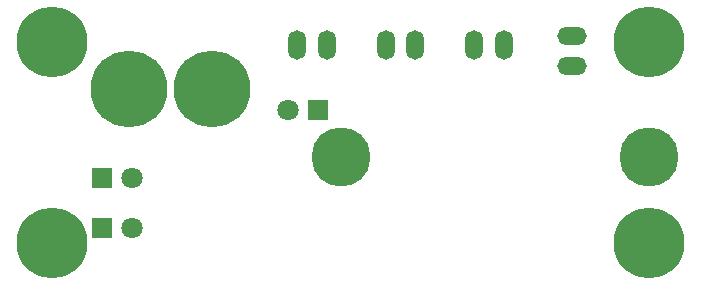
<source format=gbr>
G04 #@! TF.GenerationSoftware,KiCad,Pcbnew,(5.1.2)-1*
G04 #@! TF.CreationDate,2019-06-23T22:35:17+09:00*
G04 #@! TF.ProjectId,___12V,06fb5f31-3256-42e6-9b69-6361645f7063,rev?*
G04 #@! TF.SameCoordinates,Original*
G04 #@! TF.FileFunction,Copper,L1,Top*
G04 #@! TF.FilePolarity,Positive*
%FSLAX46Y46*%
G04 Gerber Fmt 4.6, Leading zero omitted, Abs format (unit mm)*
G04 Created by KiCad (PCBNEW (5.1.2)-1) date 2019-06-23 22:35:17*
%MOMM*%
%LPD*%
G04 APERTURE LIST*
%ADD10C,6.500000*%
%ADD11O,1.500000X2.500000*%
%ADD12O,2.500000X1.500000*%
%ADD13R,1.800000X1.800000*%
%ADD14C,1.800000*%
%ADD15C,6.000000*%
%ADD16C,5.000000*%
G04 APERTURE END LIST*
D10*
X232000000Y-62250000D03*
X225000000Y-62250000D03*
D11*
X254250000Y-58500000D03*
X256750000Y-58500000D03*
X249250000Y-58500000D03*
X246750000Y-58500000D03*
D12*
X262500000Y-57750000D03*
X262500000Y-60250000D03*
D11*
X241750000Y-58500000D03*
X239250000Y-58500000D03*
D13*
X222750000Y-69750000D03*
D14*
X225290000Y-69750000D03*
X225290000Y-74000000D03*
D13*
X222750000Y-74000000D03*
X241000000Y-64000000D03*
D14*
X238460000Y-64000000D03*
D15*
X269000000Y-58250000D03*
X269000000Y-75250000D03*
X269000000Y-75250000D03*
X218500000Y-75250000D03*
X218500000Y-58250000D03*
D16*
X269000000Y-68000000D03*
X243000000Y-68000000D03*
M02*

</source>
